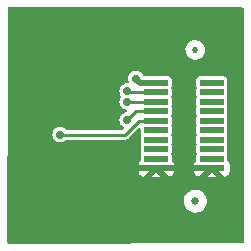
<source format=gbr>
%TF.GenerationSoftware,KiCad,Pcbnew,7.0.5*%
%TF.CreationDate,2023-06-07T14:55:56+03:00*%
%TF.ProjectId,IMU__1,494d555f-b131-42e6-9b69-6361645f7063,rev?*%
%TF.SameCoordinates,Original*%
%TF.FileFunction,Copper,L2,Bot*%
%TF.FilePolarity,Positive*%
%FSLAX46Y46*%
G04 Gerber Fmt 4.6, Leading zero omitted, Abs format (unit mm)*
G04 Created by KiCad (PCBNEW 7.0.5) date 2023-06-07 14:55:56*
%MOMM*%
%LPD*%
G01*
G04 APERTURE LIST*
%TA.AperFunction,ComponentPad*%
%ADD10C,0.525000*%
%TD*%
%TA.AperFunction,ComponentPad*%
%ADD11C,0.675000*%
%TD*%
%TA.AperFunction,SMDPad,CuDef*%
%ADD12R,2.000000X0.500000*%
%TD*%
%TA.AperFunction,ViaPad*%
%ADD13C,0.700000*%
%TD*%
%TA.AperFunction,Conductor*%
%ADD14C,0.500000*%
%TD*%
%TA.AperFunction,Conductor*%
%ADD15C,0.250000*%
%TD*%
G04 APERTURE END LIST*
D10*
%TO.P,H1,MH2*%
%TO.N,N/C*%
X120840000Y-82380000D03*
D11*
%TO.P,H1,MH1*%
X120840000Y-95180000D03*
D12*
%TO.P,H1,20*%
%TO.N,GND*%
X122240000Y-92380000D03*
%TO.P,H1,19*%
%TO.N,unconnected-(H1-Pad19)*%
X122240000Y-91580000D03*
%TO.P,H1,18*%
%TO.N,unconnected-(H1-Pad18)*%
X122240000Y-90780000D03*
%TO.P,H1,17*%
%TO.N,unconnected-(H1-Pad17)*%
X122240000Y-89980000D03*
%TO.P,H1,16*%
%TO.N,unconnected-(H1-Pad16)*%
X122240000Y-89180000D03*
%TO.P,H1,15*%
%TO.N,unconnected-(H1-Pad15)*%
X122240000Y-88380000D03*
%TO.P,H1,14*%
%TO.N,unconnected-(H1-Pad14)*%
X122240000Y-87580000D03*
%TO.P,H1,13*%
%TO.N,unconnected-(H1-Pad13)*%
X122240000Y-86780000D03*
%TO.P,H1,12*%
%TO.N,unconnected-(H1-Pad12)*%
X122240000Y-85980000D03*
%TO.P,H1,11*%
%TO.N,unconnected-(H1-Pad11)*%
X122240000Y-85180000D03*
%TO.P,H1,10*%
%TO.N,/VCC3*%
X117540000Y-85180000D03*
%TO.P,H1,9*%
%TO.N,/I2C_SDA*%
X117540000Y-85980000D03*
%TO.P,H1,8*%
%TO.N,/I2C_SCL*%
X117540000Y-86780000D03*
%TO.P,H1,7*%
%TO.N,/INT2*%
X117540000Y-87580000D03*
%TO.P,H1,6*%
%TO.N,/INT1*%
X117540000Y-88380000D03*
%TO.P,H1,5*%
%TO.N,unconnected-(H1-Pad5)*%
X117540000Y-89180000D03*
%TO.P,H1,4*%
%TO.N,unconnected-(H1-Pad4)*%
X117540000Y-89980000D03*
%TO.P,H1,3*%
%TO.N,unconnected-(H1-Pad3)*%
X117540000Y-90780000D03*
%TO.P,H1,2*%
%TO.N,unconnected-(H1-Pad2)*%
X117540000Y-91580000D03*
%TO.P,H1,1*%
%TO.N,GND*%
X117540000Y-92380000D03*
%TD*%
D13*
%TO.N,GND*%
X109630000Y-87140000D03*
X115620000Y-92380000D03*
X119940000Y-92400000D03*
X112590000Y-90674114D03*
%TO.N,/INT2*%
X115070000Y-88320000D03*
%TO.N,GND*%
X111467381Y-90674114D03*
%TO.N,/VCC3*%
X115800000Y-84810000D03*
%TO.N,/I2C_SCL*%
X115080000Y-86780000D03*
%TO.N,/I2C_SDA*%
X115080000Y-85880000D03*
%TO.N,/INT1*%
X109390000Y-89550000D03*
%TD*%
D14*
%TO.N,GND*%
X115620000Y-92380000D02*
X114120000Y-92380000D01*
X119920000Y-92380000D02*
X119940000Y-92400000D01*
X115620000Y-92380000D02*
X119920000Y-92380000D01*
X114120000Y-92380000D02*
X112360000Y-90620000D01*
X112360000Y-90620000D02*
X112305886Y-90674114D01*
X112305886Y-90674114D02*
X111467381Y-90674114D01*
D15*
%TO.N,/INT2*%
X115810000Y-87580000D02*
X117540000Y-87580000D01*
X115070000Y-88320000D02*
X115810000Y-87580000D01*
%TO.N,/INT1*%
X109390000Y-89550000D02*
X114910000Y-89550000D01*
X114910000Y-89550000D02*
X116080000Y-88380000D01*
X116080000Y-88380000D02*
X117540000Y-88380000D01*
%TO.N,GND*%
X111421495Y-90720000D02*
X111467381Y-90674114D01*
X108520000Y-87710000D02*
X108520000Y-90190000D01*
X109090000Y-87140000D02*
X108520000Y-87710000D01*
X109050000Y-90720000D02*
X111421495Y-90720000D01*
X109630000Y-87140000D02*
X109090000Y-87140000D01*
X108520000Y-90190000D02*
X109050000Y-90720000D01*
%TO.N,/I2C_SDA*%
X115180000Y-85980000D02*
X117540000Y-85980000D01*
X115080000Y-85880000D02*
X115180000Y-85980000D01*
%TO.N,/I2C_SCL*%
X115080000Y-86780000D02*
X117540000Y-86780000D01*
%TO.N,/I2C_SDA*%
X115240000Y-85880000D02*
X115080000Y-85880000D01*
D14*
%TO.N,GND*%
X119960000Y-92380000D02*
X122240000Y-92380000D01*
X119940000Y-92400000D02*
X119960000Y-92380000D01*
%TO.N,/VCC3*%
X116170000Y-85180000D02*
X115800000Y-84810000D01*
X117420000Y-85180000D02*
X116170000Y-85180000D01*
D15*
X117540000Y-85180000D02*
X117420000Y-85180000D01*
%TD*%
%TA.AperFunction,Conductor*%
%TO.N,GND*%
G36*
X124882539Y-78800185D02*
G01*
X124928294Y-78852989D01*
X124939500Y-78904500D01*
X124939500Y-79779531D01*
X124930061Y-98646123D01*
X124910343Y-98713153D01*
X124857516Y-98758881D01*
X124806123Y-98770061D01*
X105939469Y-98779500D01*
X105064500Y-98779500D01*
X104997461Y-98759815D01*
X104951706Y-98707011D01*
X104940500Y-98655500D01*
X104940500Y-97780031D01*
X104941775Y-95229663D01*
X119860728Y-95229663D01*
X119890768Y-95425764D01*
X119890771Y-95425777D01*
X119959673Y-95611815D01*
X119959677Y-95611824D01*
X120064616Y-95780184D01*
X120064621Y-95780191D01*
X120201306Y-95923983D01*
X120201309Y-95923986D01*
X120364146Y-96037324D01*
X120546465Y-96115563D01*
X120740801Y-96155500D01*
X120889474Y-96155500D01*
X121037380Y-96140459D01*
X121109478Y-96117838D01*
X121226678Y-96081067D01*
X121400146Y-95984784D01*
X121550682Y-95855553D01*
X121672122Y-95698666D01*
X121759495Y-95520544D01*
X121809224Y-95328480D01*
X121819272Y-95130337D01*
X121789230Y-94934227D01*
X121720325Y-94748180D01*
X121720322Y-94748175D01*
X121615383Y-94579815D01*
X121615378Y-94579808D01*
X121478693Y-94436016D01*
X121478692Y-94436015D01*
X121315853Y-94322675D01*
X121133535Y-94244437D01*
X120939199Y-94204500D01*
X120790527Y-94204500D01*
X120790526Y-94204500D01*
X120642619Y-94219540D01*
X120453329Y-94278930D01*
X120453320Y-94278934D01*
X120279852Y-94375217D01*
X120279851Y-94375217D01*
X120129319Y-94504445D01*
X120129317Y-94504446D01*
X120007879Y-94661331D01*
X120007877Y-94661335D01*
X119920503Y-94839459D01*
X119870777Y-95031511D01*
X119870776Y-95031517D01*
X119860728Y-95229662D01*
X119860728Y-95229663D01*
X104941775Y-95229663D01*
X104942825Y-93129999D01*
X117143552Y-93129999D01*
X117143553Y-93130000D01*
X117936447Y-93130000D01*
X117936447Y-93129999D01*
X121843552Y-93129999D01*
X121843553Y-93130000D01*
X122636447Y-93130000D01*
X122636447Y-93129999D01*
X122240000Y-92733553D01*
X121843552Y-93129999D01*
X117936447Y-93129999D01*
X117540000Y-92733553D01*
X117143552Y-93129999D01*
X104942825Y-93129999D01*
X104944615Y-89550000D01*
X108734722Y-89550000D01*
X108753762Y-89706818D01*
X108783708Y-89785777D01*
X108809780Y-89854523D01*
X108899517Y-89984530D01*
X109017760Y-90089283D01*
X109017762Y-90089284D01*
X109157634Y-90162696D01*
X109311014Y-90200500D01*
X109311015Y-90200500D01*
X109468985Y-90200500D01*
X109622365Y-90162696D01*
X109762237Y-90089285D01*
X109762238Y-90089283D01*
X109762240Y-90089283D01*
X109855477Y-90006682D01*
X109918708Y-89976963D01*
X109937702Y-89975500D01*
X114977392Y-89975500D01*
X114977393Y-89975500D01*
X115000360Y-89968036D01*
X115019276Y-89963495D01*
X115043126Y-89959719D01*
X115064636Y-89948757D01*
X115082614Y-89941310D01*
X115105581Y-89933849D01*
X115125118Y-89919653D01*
X115141706Y-89909488D01*
X115163220Y-89898528D01*
X115258528Y-89803220D01*
X115258528Y-89803219D01*
X116027820Y-89033927D01*
X116089142Y-89000443D01*
X116158834Y-89005427D01*
X116214767Y-89047299D01*
X116239184Y-89112763D01*
X116239500Y-89121609D01*
X116239500Y-89474856D01*
X116239502Y-89474882D01*
X116242413Y-89499985D01*
X116242413Y-89499986D01*
X116242414Y-89499990D01*
X116242415Y-89499991D01*
X116255626Y-89529912D01*
X116255628Y-89529915D01*
X116264697Y-89599194D01*
X116255628Y-89630083D01*
X116242415Y-89660008D01*
X116239500Y-89685131D01*
X116239500Y-90274856D01*
X116239502Y-90274882D01*
X116242413Y-90299985D01*
X116242413Y-90299986D01*
X116242414Y-90299990D01*
X116242415Y-90299991D01*
X116255626Y-90329912D01*
X116255628Y-90329915D01*
X116264697Y-90399194D01*
X116255628Y-90430083D01*
X116242415Y-90460008D01*
X116239500Y-90485131D01*
X116239500Y-91074856D01*
X116239502Y-91074882D01*
X116242413Y-91099985D01*
X116242413Y-91099986D01*
X116242414Y-91099990D01*
X116242415Y-91099991D01*
X116255626Y-91129912D01*
X116255628Y-91129915D01*
X116264697Y-91199194D01*
X116255628Y-91230083D01*
X116242415Y-91260008D01*
X116239500Y-91285131D01*
X116239500Y-91668303D01*
X116219815Y-91735342D01*
X116189815Y-91767566D01*
X116182818Y-91772804D01*
X116182808Y-91772814D01*
X116096649Y-91887906D01*
X116096645Y-91887913D01*
X116046403Y-92022620D01*
X116046401Y-92022627D01*
X116040000Y-92082155D01*
X116040000Y-92677844D01*
X116046401Y-92737372D01*
X116046403Y-92737379D01*
X116096645Y-92872086D01*
X116096649Y-92872093D01*
X116182809Y-92987187D01*
X116182812Y-92987190D01*
X116297906Y-93073350D01*
X116297913Y-93073354D01*
X116432621Y-93123596D01*
X116432626Y-93123598D01*
X116441856Y-93124589D01*
X117399628Y-92166818D01*
X117460951Y-92133333D01*
X117487304Y-92130499D01*
X117592691Y-92130499D01*
X117659729Y-92150184D01*
X117680371Y-92166818D01*
X118638141Y-93124589D01*
X118647374Y-93123598D01*
X118782086Y-93073354D01*
X118782093Y-93073350D01*
X118897187Y-92987190D01*
X118897190Y-92987187D01*
X118983350Y-92872093D01*
X118983354Y-92872086D01*
X119033596Y-92737379D01*
X119033598Y-92737372D01*
X119039999Y-92677844D01*
X120740000Y-92677844D01*
X120746401Y-92737372D01*
X120746403Y-92737379D01*
X120796645Y-92872086D01*
X120796649Y-92872093D01*
X120882809Y-92987187D01*
X120882812Y-92987190D01*
X120997906Y-93073350D01*
X120997913Y-93073354D01*
X121132621Y-93123596D01*
X121132626Y-93123598D01*
X121141856Y-93124589D01*
X122099628Y-92166818D01*
X122160951Y-92133333D01*
X122187304Y-92130499D01*
X122292691Y-92130499D01*
X122359729Y-92150184D01*
X122380371Y-92166818D01*
X123338141Y-93124589D01*
X123347374Y-93123598D01*
X123482086Y-93073354D01*
X123482093Y-93073350D01*
X123597187Y-92987190D01*
X123597190Y-92987187D01*
X123683350Y-92872093D01*
X123683354Y-92872086D01*
X123733596Y-92737379D01*
X123733598Y-92737372D01*
X123739999Y-92677844D01*
X123740000Y-92677827D01*
X123740000Y-92082172D01*
X123739999Y-92082155D01*
X123733598Y-92022627D01*
X123733596Y-92022620D01*
X123683354Y-91887913D01*
X123683352Y-91887911D01*
X123597190Y-91772813D01*
X123597185Y-91772807D01*
X123590185Y-91767567D01*
X123548316Y-91711632D01*
X123540499Y-91668306D01*
X123540499Y-91285136D01*
X123540497Y-91285117D01*
X123537586Y-91260012D01*
X123537585Y-91260010D01*
X123537585Y-91260009D01*
X123524373Y-91230087D01*
X123524373Y-91230086D01*
X123515301Y-91160808D01*
X123524374Y-91129912D01*
X123537584Y-91099995D01*
X123537584Y-91099994D01*
X123537584Y-91099993D01*
X123537585Y-91099991D01*
X123540500Y-91074865D01*
X123540499Y-90485136D01*
X123540497Y-90485117D01*
X123537586Y-90460012D01*
X123537585Y-90460010D01*
X123537585Y-90460009D01*
X123524373Y-90430087D01*
X123524373Y-90430086D01*
X123515301Y-90360808D01*
X123524374Y-90329912D01*
X123537584Y-90299995D01*
X123537584Y-90299994D01*
X123537584Y-90299993D01*
X123537585Y-90299991D01*
X123540500Y-90274865D01*
X123540499Y-89685136D01*
X123540497Y-89685117D01*
X123537586Y-89660012D01*
X123537585Y-89660010D01*
X123537585Y-89660009D01*
X123524373Y-89630087D01*
X123524373Y-89630086D01*
X123515301Y-89560808D01*
X123524374Y-89529912D01*
X123537584Y-89499995D01*
X123537584Y-89499994D01*
X123537584Y-89499993D01*
X123537585Y-89499991D01*
X123540500Y-89474865D01*
X123540499Y-88885136D01*
X123540442Y-88884641D01*
X123537586Y-88860012D01*
X123537585Y-88860010D01*
X123537585Y-88860009D01*
X123524373Y-88830087D01*
X123524373Y-88830086D01*
X123515301Y-88760808D01*
X123524374Y-88729912D01*
X123537584Y-88699995D01*
X123537584Y-88699994D01*
X123537584Y-88699993D01*
X123537585Y-88699991D01*
X123540500Y-88674865D01*
X123540499Y-88085136D01*
X123540497Y-88085117D01*
X123537586Y-88060012D01*
X123537585Y-88060010D01*
X123537585Y-88060009D01*
X123524373Y-88030087D01*
X123524373Y-88030086D01*
X123515301Y-87960808D01*
X123524374Y-87929912D01*
X123537584Y-87899995D01*
X123537584Y-87899994D01*
X123537584Y-87899993D01*
X123537585Y-87899991D01*
X123540500Y-87874865D01*
X123540499Y-87285136D01*
X123540497Y-87285117D01*
X123537586Y-87260012D01*
X123537585Y-87260010D01*
X123537585Y-87260009D01*
X123530681Y-87244374D01*
X123524373Y-87230086D01*
X123515301Y-87160808D01*
X123524374Y-87129912D01*
X123537584Y-87099995D01*
X123537584Y-87099994D01*
X123537584Y-87099993D01*
X123537585Y-87099991D01*
X123540500Y-87074865D01*
X123540499Y-86485136D01*
X123539379Y-86475475D01*
X123537586Y-86460012D01*
X123537585Y-86460010D01*
X123537585Y-86460009D01*
X123524373Y-86430087D01*
X123524373Y-86430086D01*
X123515301Y-86360808D01*
X123524374Y-86329912D01*
X123537584Y-86299995D01*
X123537584Y-86299994D01*
X123537584Y-86299993D01*
X123537585Y-86299991D01*
X123540500Y-86274865D01*
X123540499Y-85685136D01*
X123540497Y-85685117D01*
X123537586Y-85660012D01*
X123537585Y-85660010D01*
X123537585Y-85660009D01*
X123524373Y-85630087D01*
X123524373Y-85630086D01*
X123515301Y-85560808D01*
X123524374Y-85529912D01*
X123537584Y-85499995D01*
X123537584Y-85499994D01*
X123537584Y-85499993D01*
X123537585Y-85499991D01*
X123540500Y-85474865D01*
X123540499Y-84885136D01*
X123540497Y-84885117D01*
X123537586Y-84860012D01*
X123537585Y-84860010D01*
X123537585Y-84860009D01*
X123492206Y-84757235D01*
X123412765Y-84677794D01*
X123357022Y-84653181D01*
X123309992Y-84632415D01*
X123284865Y-84629500D01*
X121195143Y-84629500D01*
X121195117Y-84629502D01*
X121170012Y-84632413D01*
X121170008Y-84632415D01*
X121067235Y-84677793D01*
X120987794Y-84757234D01*
X120942415Y-84860006D01*
X120942415Y-84860008D01*
X120939500Y-84885131D01*
X120939500Y-85474856D01*
X120939502Y-85474882D01*
X120942413Y-85499985D01*
X120942413Y-85499986D01*
X120942414Y-85499990D01*
X120942415Y-85499991D01*
X120955626Y-85529912D01*
X120955628Y-85529915D01*
X120964697Y-85599194D01*
X120955628Y-85630083D01*
X120942415Y-85660008D01*
X120939500Y-85685131D01*
X120939500Y-86274856D01*
X120939502Y-86274882D01*
X120942413Y-86299985D01*
X120942413Y-86299986D01*
X120942414Y-86299990D01*
X120942415Y-86299991D01*
X120955626Y-86329912D01*
X120955628Y-86329915D01*
X120964697Y-86399194D01*
X120955628Y-86430083D01*
X120942415Y-86460008D01*
X120939500Y-86485131D01*
X120939500Y-87074856D01*
X120939502Y-87074882D01*
X120942413Y-87099985D01*
X120942413Y-87099986D01*
X120942414Y-87099990D01*
X120942415Y-87099991D01*
X120955626Y-87129912D01*
X120955628Y-87129915D01*
X120964697Y-87199194D01*
X120955628Y-87230083D01*
X120942415Y-87260008D01*
X120939500Y-87285131D01*
X120939500Y-87874856D01*
X120939502Y-87874882D01*
X120942413Y-87899985D01*
X120942413Y-87899986D01*
X120942414Y-87899990D01*
X120942415Y-87899991D01*
X120955626Y-87929912D01*
X120955628Y-87929915D01*
X120964697Y-87999194D01*
X120955628Y-88030083D01*
X120942415Y-88060008D01*
X120939500Y-88085131D01*
X120939500Y-88674856D01*
X120939502Y-88674882D01*
X120942413Y-88699985D01*
X120942413Y-88699986D01*
X120942414Y-88699990D01*
X120942415Y-88699991D01*
X120955626Y-88729912D01*
X120955628Y-88729915D01*
X120964697Y-88799194D01*
X120955628Y-88830083D01*
X120942415Y-88860008D01*
X120939500Y-88885131D01*
X120939500Y-89474856D01*
X120939502Y-89474882D01*
X120942413Y-89499985D01*
X120942413Y-89499986D01*
X120942414Y-89499990D01*
X120942415Y-89499991D01*
X120955626Y-89529912D01*
X120955628Y-89529915D01*
X120964697Y-89599194D01*
X120955628Y-89630083D01*
X120942415Y-89660008D01*
X120939500Y-89685131D01*
X120939500Y-90274856D01*
X120939502Y-90274882D01*
X120942413Y-90299985D01*
X120942413Y-90299986D01*
X120942414Y-90299990D01*
X120942415Y-90299991D01*
X120955626Y-90329912D01*
X120955628Y-90329915D01*
X120964697Y-90399194D01*
X120955628Y-90430083D01*
X120942415Y-90460008D01*
X120939500Y-90485131D01*
X120939500Y-91074856D01*
X120939502Y-91074882D01*
X120942413Y-91099985D01*
X120942413Y-91099986D01*
X120942414Y-91099990D01*
X120942415Y-91099991D01*
X120955626Y-91129912D01*
X120955628Y-91129915D01*
X120964697Y-91199194D01*
X120955628Y-91230083D01*
X120942415Y-91260008D01*
X120939500Y-91285131D01*
X120939500Y-91668303D01*
X120919815Y-91735342D01*
X120889815Y-91767566D01*
X120882818Y-91772804D01*
X120882808Y-91772814D01*
X120796649Y-91887906D01*
X120796645Y-91887913D01*
X120746403Y-92022620D01*
X120746401Y-92022627D01*
X120740000Y-92082155D01*
X120740000Y-92677844D01*
X119039999Y-92677844D01*
X119040000Y-92677827D01*
X119040000Y-92082172D01*
X119039999Y-92082155D01*
X119033598Y-92022627D01*
X119033596Y-92022620D01*
X118983354Y-91887913D01*
X118983352Y-91887911D01*
X118897190Y-91772813D01*
X118897185Y-91772807D01*
X118890185Y-91767567D01*
X118848316Y-91711632D01*
X118840499Y-91668306D01*
X118840499Y-91285136D01*
X118840497Y-91285117D01*
X118837586Y-91260013D01*
X118837585Y-91260011D01*
X118837585Y-91260009D01*
X118824371Y-91230083D01*
X118815300Y-91160808D01*
X118824369Y-91129919D01*
X118837585Y-91099991D01*
X118840500Y-91074865D01*
X118840499Y-90485136D01*
X118840497Y-90485117D01*
X118837586Y-90460013D01*
X118837585Y-90460011D01*
X118837585Y-90460009D01*
X118824371Y-90430083D01*
X118815300Y-90360808D01*
X118824369Y-90329919D01*
X118837585Y-90299991D01*
X118840500Y-90274865D01*
X118840499Y-89685136D01*
X118840497Y-89685117D01*
X118837586Y-89660013D01*
X118837585Y-89660011D01*
X118837585Y-89660009D01*
X118824371Y-89630083D01*
X118815300Y-89560808D01*
X118824369Y-89529919D01*
X118837585Y-89499991D01*
X118840500Y-89474865D01*
X118840499Y-88885136D01*
X118840442Y-88884641D01*
X118837586Y-88860013D01*
X118837585Y-88860011D01*
X118837585Y-88860009D01*
X118824371Y-88830083D01*
X118815300Y-88760808D01*
X118824369Y-88729919D01*
X118837585Y-88699991D01*
X118840500Y-88674865D01*
X118840499Y-88085136D01*
X118840497Y-88085117D01*
X118837586Y-88060013D01*
X118837585Y-88060011D01*
X118837585Y-88060009D01*
X118824371Y-88030083D01*
X118815300Y-87960808D01*
X118824369Y-87929919D01*
X118837585Y-87899991D01*
X118840500Y-87874865D01*
X118840499Y-87285136D01*
X118840497Y-87285117D01*
X118837586Y-87260013D01*
X118837585Y-87260011D01*
X118837585Y-87260009D01*
X118824371Y-87230083D01*
X118815300Y-87160808D01*
X118824369Y-87129919D01*
X118837585Y-87099991D01*
X118840500Y-87074865D01*
X118840499Y-86485136D01*
X118839379Y-86475475D01*
X118837586Y-86460013D01*
X118837585Y-86460011D01*
X118837585Y-86460009D01*
X118824371Y-86430083D01*
X118815300Y-86360808D01*
X118824369Y-86329919D01*
X118837585Y-86299991D01*
X118840500Y-86274865D01*
X118840499Y-85685136D01*
X118840497Y-85685117D01*
X118837586Y-85660013D01*
X118837585Y-85660011D01*
X118837585Y-85660009D01*
X118824371Y-85630083D01*
X118815300Y-85560808D01*
X118824369Y-85529919D01*
X118837585Y-85499991D01*
X118840500Y-85474865D01*
X118840499Y-84885136D01*
X118840497Y-84885117D01*
X118837586Y-84860012D01*
X118837585Y-84860010D01*
X118837585Y-84860009D01*
X118792206Y-84757235D01*
X118712765Y-84677794D01*
X118657022Y-84653181D01*
X118609992Y-84632415D01*
X118584868Y-84629500D01*
X118584865Y-84629500D01*
X117495666Y-84629500D01*
X117495665Y-84629500D01*
X116512847Y-84629500D01*
X116445808Y-84609815D01*
X116400053Y-84557011D01*
X116396905Y-84549472D01*
X116380220Y-84505477D01*
X116290483Y-84375470D01*
X116172240Y-84270717D01*
X116172238Y-84270716D01*
X116172237Y-84270715D01*
X116032365Y-84197303D01*
X115878986Y-84159500D01*
X115878985Y-84159500D01*
X115721015Y-84159500D01*
X115721014Y-84159500D01*
X115567634Y-84197303D01*
X115427762Y-84270715D01*
X115309516Y-84375471D01*
X115219781Y-84505475D01*
X115219780Y-84505476D01*
X115163762Y-84653181D01*
X115144722Y-84809999D01*
X115144722Y-84810000D01*
X115163763Y-84966818D01*
X115199682Y-85061529D01*
X115205049Y-85131192D01*
X115171902Y-85192698D01*
X115110763Y-85226520D01*
X115083740Y-85229500D01*
X115001014Y-85229500D01*
X114847634Y-85267303D01*
X114707762Y-85340715D01*
X114589516Y-85445471D01*
X114499781Y-85575475D01*
X114499780Y-85575476D01*
X114443762Y-85723181D01*
X114424722Y-85879999D01*
X114424722Y-85880000D01*
X114443762Y-86036818D01*
X114499780Y-86184523D01*
X114499781Y-86184524D01*
X114551574Y-86259560D01*
X114573457Y-86325915D01*
X114555991Y-86393566D01*
X114551574Y-86400440D01*
X114499781Y-86475475D01*
X114499780Y-86475476D01*
X114443762Y-86623181D01*
X114424722Y-86779999D01*
X114424722Y-86780000D01*
X114443762Y-86936818D01*
X114496114Y-87074856D01*
X114499780Y-87084523D01*
X114589517Y-87214530D01*
X114707760Y-87319283D01*
X114707762Y-87319284D01*
X114847634Y-87392696D01*
X114847633Y-87392696D01*
X114946541Y-87417073D01*
X114992374Y-87428370D01*
X115052755Y-87463526D01*
X115084544Y-87525745D01*
X115077648Y-87595273D01*
X115034258Y-87650037D01*
X114992375Y-87669164D01*
X114837633Y-87707304D01*
X114697762Y-87780715D01*
X114579516Y-87885471D01*
X114489781Y-88015475D01*
X114489780Y-88015476D01*
X114433762Y-88163181D01*
X114414722Y-88319999D01*
X114414722Y-88320000D01*
X114433762Y-88476818D01*
X114489779Y-88624522D01*
X114489780Y-88624523D01*
X114579517Y-88754530D01*
X114697760Y-88859283D01*
X114746077Y-88884642D01*
X114796289Y-88933226D01*
X114812264Y-89001245D01*
X114788929Y-89067103D01*
X114776139Y-89082112D01*
X114770078Y-89088174D01*
X114708758Y-89121664D01*
X114682390Y-89124500D01*
X109937702Y-89124500D01*
X109870663Y-89104815D01*
X109855482Y-89093321D01*
X109762240Y-89010717D01*
X109762237Y-89010714D01*
X109622365Y-88937303D01*
X109468986Y-88899500D01*
X109468985Y-88899500D01*
X109311015Y-88899500D01*
X109311014Y-88899500D01*
X109157634Y-88937303D01*
X109017762Y-89010715D01*
X108899516Y-89115471D01*
X108809781Y-89245475D01*
X108809780Y-89245476D01*
X108753762Y-89393181D01*
X108734722Y-89549999D01*
X108734722Y-89550000D01*
X104944615Y-89550000D01*
X104948223Y-82335048D01*
X120010850Y-82335048D01*
X120020571Y-82514338D01*
X120020571Y-82514343D01*
X120068605Y-82687348D01*
X120068608Y-82687354D01*
X120152714Y-82845993D01*
X120268955Y-82982842D01*
X120268956Y-82982843D01*
X120411901Y-83091507D01*
X120574862Y-83166901D01*
X120574863Y-83166901D01*
X120574865Y-83166902D01*
X120628065Y-83178611D01*
X120750221Y-83205500D01*
X120750224Y-83205500D01*
X120884755Y-83205500D01*
X120884760Y-83205500D01*
X121018505Y-83190954D01*
X121188662Y-83133622D01*
X121342517Y-83041050D01*
X121472875Y-82917569D01*
X121573640Y-82768951D01*
X121640101Y-82602147D01*
X121669150Y-82424955D01*
X121659429Y-82245661D01*
X121611393Y-82072649D01*
X121527286Y-81914008D01*
X121527285Y-81914006D01*
X121411044Y-81777157D01*
X121268099Y-81668493D01*
X121105138Y-81593099D01*
X121105134Y-81593097D01*
X120929779Y-81554500D01*
X120795240Y-81554500D01*
X120795238Y-81554500D01*
X120661496Y-81569045D01*
X120661489Y-81569047D01*
X120491339Y-81626377D01*
X120491336Y-81626379D01*
X120337482Y-81718950D01*
X120207123Y-81842431D01*
X120106358Y-81991051D01*
X120106357Y-81991053D01*
X120039900Y-82157847D01*
X120010850Y-82335048D01*
X104948223Y-82335048D01*
X104949938Y-78904438D01*
X104969656Y-78837408D01*
X105022483Y-78791680D01*
X105073938Y-78780500D01*
X124815500Y-78780500D01*
X124882539Y-78800185D01*
G37*
%TD.AperFunction*%
%TD*%
M02*

</source>
